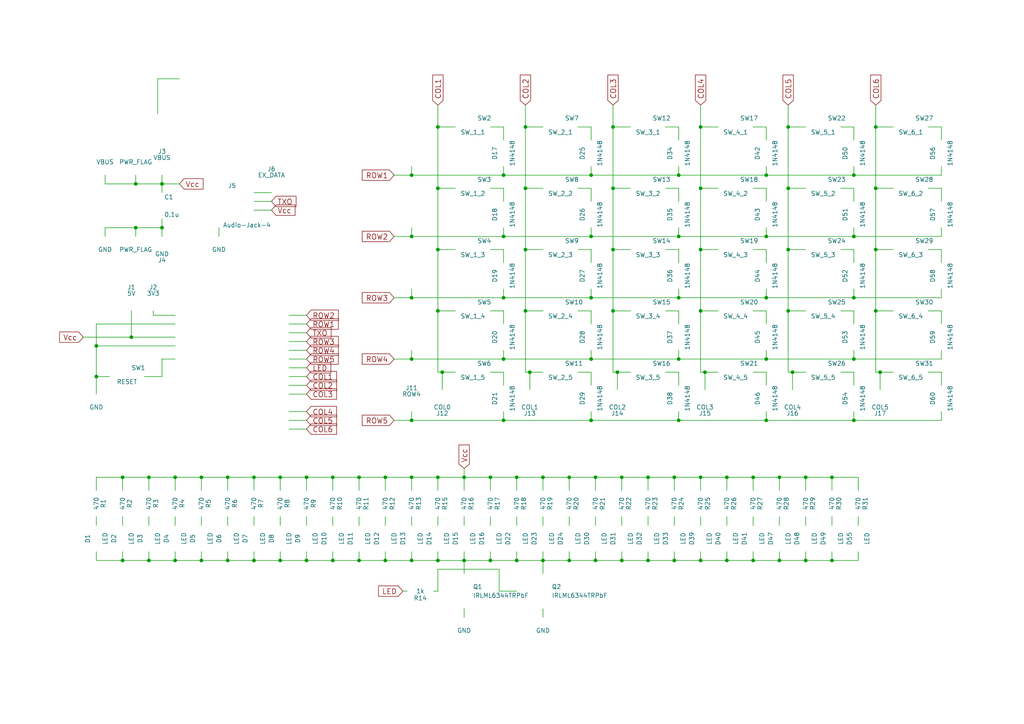
<source format=kicad_sch>
(kicad_sch (version 20230121) (generator eeschema)
  (paper "A4")
  (junction (at 149.86 138.43))
  (junction (at 177.8 90.17))
  (junction (at 119.38 121.92))
  (junction (at 134.62 162.56))
  (junction (at 247.65 121.92))
  (junction (at 196.85 68.58))
  (junction (at 228.6 36.83))
  (junction (at 203.2 138.43))
  (junction (at 222.25 104.14))
  (junction (at 43.18 162.56))
  (junction (at 228.6 72.39))
  (junction (at 210.82 162.56))
  (junction (at 203.2 54.61))
  (junction (at 88.9 162.56))
  (junction (at 153.67 107.95))
  (junction (at 119.38 68.58))
  (junction (at 254 72.39))
  (junction (at 247.65 86.36))
  (junction (at 195.58 162.56))
  (junction (at 222.25 86.36))
  (junction (at 35.56 162.56))
  (junction (at 27.94 109.22))
  (junction (at 187.96 162.56))
  (junction (at 165.1 138.43))
  (junction (at 218.44 162.56))
  (junction (at 142.24 138.43))
  (junction (at 177.8 72.39))
  (junction (at 38.1 97.79))
  (junction (at 172.72 138.43))
  (junction (at 247.65 104.14))
  (junction (at 222.25 50.8))
  (junction (at 127 72.39))
  (junction (at 254 36.83))
  (junction (at 157.48 162.56))
  (junction (at 203.2 90.17))
  (junction (at 27.94 100.33))
  (junction (at 157.48 138.43))
  (junction (at 58.42 162.56))
  (junction (at 187.96 138.43))
  (junction (at 43.18 138.43))
  (junction (at 229.87 107.95))
  (junction (at 254 90.17))
  (junction (at 241.3 138.43))
  (junction (at 152.4 54.61))
  (junction (at 177.8 54.61))
  (junction (at 247.65 50.8))
  (junction (at 222.25 121.92))
  (junction (at 119.38 104.14))
  (junction (at 134.62 138.43))
  (junction (at 247.65 68.58))
  (junction (at 96.52 138.43))
  (junction (at 127 90.17))
  (junction (at 104.14 162.56))
  (junction (at 203.2 36.83))
  (junction (at 254 54.61))
  (junction (at 172.72 162.56))
  (junction (at 171.45 104.14))
  (junction (at 142.24 162.56))
  (junction (at 119.38 86.36))
  (junction (at 111.76 138.43))
  (junction (at 66.04 162.56))
  (junction (at 171.45 86.36))
  (junction (at 149.86 162.56))
  (junction (at 196.85 104.14))
  (junction (at 119.38 138.43))
  (junction (at 81.28 138.43))
  (junction (at 50.8 138.43))
  (junction (at 66.04 138.43))
  (junction (at 203.2 72.39))
  (junction (at 179.07 107.95))
  (junction (at 58.42 138.43))
  (junction (at 146.05 121.92))
  (junction (at 39.37 66.04))
  (junction (at 152.4 90.17))
  (junction (at 104.14 138.43))
  (junction (at 180.34 162.56))
  (junction (at 128.27 107.95))
  (junction (at 73.66 138.43))
  (junction (at 165.1 162.56))
  (junction (at 196.85 121.92))
  (junction (at 241.3 162.56))
  (junction (at 255.27 107.95))
  (junction (at 196.85 86.36))
  (junction (at 152.4 36.83))
  (junction (at 96.52 162.56))
  (junction (at 210.82 138.43))
  (junction (at 233.68 162.56))
  (junction (at 196.85 50.8))
  (junction (at 146.05 68.58))
  (junction (at 146.05 50.8))
  (junction (at 218.44 138.43))
  (junction (at 195.58 138.43))
  (junction (at 81.28 162.56))
  (junction (at 111.76 162.56))
  (junction (at 127 162.56))
  (junction (at 204.47 107.95))
  (junction (at 203.2 162.56))
  (junction (at 119.38 50.8))
  (junction (at 127 54.61))
  (junction (at 177.8 36.83))
  (junction (at 171.45 68.58))
  (junction (at 228.6 90.17))
  (junction (at 127 36.83))
  (junction (at 127 138.43))
  (junction (at 88.9 138.43))
  (junction (at 233.68 138.43))
  (junction (at 73.66 162.56))
  (junction (at 119.38 162.56))
  (junction (at 171.45 121.92))
  (junction (at 226.06 138.43))
  (junction (at 228.6 54.61))
  (junction (at 226.06 162.56))
  (junction (at 50.8 162.56))
  (junction (at 39.37 53.34))
  (junction (at 35.56 138.43))
  (junction (at 146.05 86.36))
  (junction (at 152.4 72.39))
  (junction (at 180.34 138.43))
  (junction (at 46.99 53.34))
  (junction (at 171.45 50.8))
  (junction (at 222.25 68.58))
  (junction (at 146.05 104.14))
  (junction (at 46.99 66.04))
  (wire (pts (xy 73.66 162.56) (xy 73.66 160.02)))
  (wire (pts (xy 146.05 121.92) (xy 171.45 121.92)))
  (wire (pts (xy 114.3 86.36) (xy 119.38 86.36)))
  (wire (pts (xy 269.24 36.83) (xy 273.05 36.83)))
  (wire (pts (xy 50.8 162.56) (xy 50.8 160.02)))
  (wire (pts (xy 83.82 114.3) (xy 88.9 114.3)))
  (wire (pts (xy 134.62 135.89) (xy 134.62 138.43)))
  (wire (pts (xy 96.52 138.43) (xy 96.52 142.24)))
  (wire (pts (xy 218.44 138.43) (xy 218.44 142.24)))
  (wire (pts (xy 247.65 48.26) (xy 247.65 50.8)))
  (wire (pts (xy 167.64 107.95) (xy 171.45 107.95)))
  (wire (pts (xy 210.82 162.56) (xy 210.82 160.02)))
  (wire (pts (xy 96.52 138.43) (xy 104.14 138.43)))
  (wire (pts (xy 203.2 54.61) (xy 203.2 72.39)))
  (wire (pts (xy 196.85 107.95) (xy 196.85 111.76)))
  (wire (pts (xy 81.28 162.56) (xy 81.28 160.02)))
  (wire (pts (xy 152.4 107.95) (xy 153.67 107.95)))
  (wire (pts (xy 210.82 138.43) (xy 210.82 142.24)))
  (wire (pts (xy 146.05 36.83) (xy 146.05 40.64)))
  (wire (pts (xy 180.34 138.43) (xy 180.34 142.24)))
  (wire (pts (xy 222.25 72.39) (xy 222.25 76.2)))
  (wire (pts (xy 127 138.43) (xy 127 142.24)))
  (wire (pts (xy 142.24 138.43) (xy 142.24 142.24)))
  (wire (pts (xy 146.05 48.26) (xy 146.05 50.8)))
  (wire (pts (xy 44.45 91.44) (xy 50.8 91.44)))
  (wire (pts (xy 233.68 138.43) (xy 241.3 138.43)))
  (wire (pts (xy 187.96 138.43) (xy 195.58 138.43)))
  (wire (pts (xy 243.84 107.95) (xy 247.65 107.95)))
  (wire (pts (xy 39.37 50.8) (xy 39.37 53.34)))
  (wire (pts (xy 30.48 66.04) (xy 39.37 66.04)))
  (wire (pts (xy 254 54.61) (xy 254 72.39)))
  (wire (pts (xy 233.68 54.61) (xy 228.6 54.61)))
  (wire (pts (xy 273.05 50.8) (xy 273.05 48.26)))
  (wire (pts (xy 134.62 162.56) (xy 142.24 162.56)))
  (wire (pts (xy 222.25 119.38) (xy 222.25 121.92)))
  (wire (pts (xy 195.58 149.86) (xy 195.58 152.4)))
  (wire (pts (xy 254 30.48) (xy 254 36.83)))
  (wire (pts (xy 66.04 138.43) (xy 66.04 142.24)))
  (wire (pts (xy 114.3 121.92) (xy 119.38 121.92)))
  (wire (pts (xy 196.85 119.38) (xy 196.85 121.92)))
  (wire (pts (xy 241.3 138.43) (xy 248.92 138.43)))
  (wire (pts (xy 73.66 138.43) (xy 73.66 142.24)))
  (wire (pts (xy 167.64 36.83) (xy 171.45 36.83)))
  (wire (pts (xy 233.68 36.83) (xy 228.6 36.83)))
  (wire (pts (xy 83.82 91.44) (xy 88.9 91.44)))
  (wire (pts (xy 241.3 162.56) (xy 241.3 160.02)))
  (wire (pts (xy 222.25 86.36) (xy 247.65 86.36)))
  (wire (pts (xy 88.9 162.56) (xy 96.52 162.56)))
  (wire (pts (xy 233.68 162.56) (xy 241.3 162.56)))
  (wire (pts (xy 222.25 36.83) (xy 222.25 40.64)))
  (wire (pts (xy 182.88 90.17) (xy 177.8 90.17)))
  (wire (pts (xy 134.62 176.53) (xy 134.62 179.07)))
  (wire (pts (xy 127 165.1) (xy 144.78 165.1)))
  (wire (pts (xy 241.3 162.56) (xy 248.92 162.56)))
  (wire (pts (xy 96.52 162.56) (xy 104.14 162.56)))
  (wire (pts (xy 157.48 138.43) (xy 157.48 142.24)))
  (wire (pts (xy 134.62 138.43) (xy 134.62 142.24)))
  (wire (pts (xy 119.38 138.43) (xy 127 138.43)))
  (wire (pts (xy 210.82 149.86) (xy 210.82 152.4)))
  (wire (pts (xy 182.88 36.83) (xy 177.8 36.83)))
  (wire (pts (xy 248.92 162.56) (xy 248.92 160.02)))
  (wire (pts (xy 182.88 72.39) (xy 177.8 72.39)))
  (wire (pts (xy 146.05 119.38) (xy 146.05 121.92)))
  (wire (pts (xy 132.08 90.17) (xy 127 90.17)))
  (wire (pts (xy 273.05 54.61) (xy 273.05 58.42)))
  (wire (pts (xy 222.25 121.92) (xy 247.65 121.92)))
  (wire (pts (xy 233.68 162.56) (xy 233.68 160.02)))
  (wire (pts (xy 247.65 36.83) (xy 247.65 40.64)))
  (wire (pts (xy 218.44 90.17) (xy 222.25 90.17)))
  (wire (pts (xy 171.45 90.17) (xy 171.45 93.98)))
  (wire (pts (xy 73.66 55.88) (xy 78.74 55.88)))
  (wire (pts (xy 43.18 162.56) (xy 43.18 160.02)))
  (wire (pts (xy 203.2 90.17) (xy 203.2 107.95)))
  (wire (pts (xy 119.38 162.56) (xy 119.38 160.02)))
  (wire (pts (xy 134.62 160.02) (xy 134.62 162.56)))
  (wire (pts (xy 27.94 109.22) (xy 27.94 114.3)))
  (wire (pts (xy 196.85 101.6) (xy 196.85 104.14)))
  (wire (pts (xy 127 162.56) (xy 134.62 162.56)))
  (wire (pts (xy 114.3 104.14) (xy 119.38 104.14)))
  (wire (pts (xy 196.85 72.39) (xy 196.85 76.2)))
  (wire (pts (xy 171.45 48.26) (xy 171.45 50.8)))
  (wire (pts (xy 273.05 72.39) (xy 273.05 76.2)))
  (wire (pts (xy 73.66 162.56) (xy 81.28 162.56)))
  (wire (pts (xy 208.28 36.83) (xy 203.2 36.83)))
  (wire (pts (xy 273.05 104.14) (xy 273.05 101.6)))
  (wire (pts (xy 171.45 119.38) (xy 171.45 121.92)))
  (wire (pts (xy 172.72 149.86) (xy 172.72 152.4)))
  (wire (pts (xy 46.99 66.04) (xy 46.99 68.58)))
  (wire (pts (xy 247.65 104.14) (xy 273.05 104.14)))
  (wire (pts (xy 171.45 104.14) (xy 196.85 104.14)))
  (wire (pts (xy 228.6 30.48) (xy 228.6 36.83)))
  (wire (pts (xy 119.38 101.6) (xy 119.38 104.14)))
  (wire (pts (xy 222.25 50.8) (xy 247.65 50.8)))
  (wire (pts (xy 254 107.95) (xy 255.27 107.95)))
  (wire (pts (xy 114.3 68.58) (xy 119.38 68.58)))
  (wire (pts (xy 119.38 119.38) (xy 119.38 121.92)))
  (wire (pts (xy 119.38 48.26) (xy 119.38 50.8)))
  (wire (pts (xy 127 36.83) (xy 127 54.61)))
  (wire (pts (xy 149.86 138.43) (xy 157.48 138.43)))
  (wire (pts (xy 222.25 66.04) (xy 222.25 68.58)))
  (wire (pts (xy 195.58 162.56) (xy 195.58 160.02)))
  (wire (pts (xy 111.76 162.56) (xy 111.76 160.02)))
  (wire (pts (xy 58.42 149.86) (xy 58.42 152.4)))
  (wire (pts (xy 27.94 138.43) (xy 35.56 138.43)))
  (wire (pts (xy 43.18 138.43) (xy 50.8 138.43)))
  (wire (pts (xy 208.28 54.61) (xy 203.2 54.61)))
  (wire (pts (xy 248.92 138.43) (xy 248.92 142.24)))
  (wire (pts (xy 128.27 113.03) (xy 128.27 107.95)))
  (wire (pts (xy 119.38 149.86) (xy 119.38 152.4)))
  (wire (pts (xy 35.56 138.43) (xy 35.56 142.24)))
  (wire (pts (xy 171.45 72.39) (xy 171.45 76.2)))
  (wire (pts (xy 45.72 22.86) (xy 45.72 33.02)))
  (wire (pts (xy 44.45 90.17) (xy 44.45 91.44)))
  (wire (pts (xy 171.45 54.61) (xy 171.45 58.42)))
  (wire (pts (xy 167.64 90.17) (xy 171.45 90.17)))
  (wire (pts (xy 222.25 90.17) (xy 222.25 93.98)))
  (wire (pts (xy 83.82 121.92) (xy 88.9 121.92)))
  (wire (pts (xy 30.48 50.8) (xy 30.48 53.34)))
  (wire (pts (xy 46.99 63.5) (xy 46.99 66.04)))
  (wire (pts (xy 83.82 104.14) (xy 88.9 104.14)))
  (wire (pts (xy 46.99 53.34) (xy 52.07 53.34)))
  (wire (pts (xy 111.76 138.43) (xy 119.38 138.43)))
  (wire (pts (xy 157.48 149.86) (xy 157.48 152.4)))
  (wire (pts (xy 196.85 48.26) (xy 196.85 50.8)))
  (wire (pts (xy 196.85 121.92) (xy 222.25 121.92)))
  (wire (pts (xy 142.24 107.95) (xy 146.05 107.95)))
  (wire (pts (xy 38.1 90.17) (xy 38.1 97.79)))
  (wire (pts (xy 243.84 90.17) (xy 247.65 90.17)))
  (wire (pts (xy 269.24 90.17) (xy 273.05 90.17)))
  (wire (pts (xy 146.05 107.95) (xy 146.05 111.76)))
  (wire (pts (xy 218.44 107.95) (xy 222.25 107.95)))
  (wire (pts (xy 243.84 36.83) (xy 247.65 36.83)))
  (wire (pts (xy 195.58 138.43) (xy 203.2 138.43)))
  (wire (pts (xy 127 138.43) (xy 134.62 138.43)))
  (wire (pts (xy 39.37 53.34) (xy 46.99 53.34)))
  (wire (pts (xy 269.24 54.61) (xy 273.05 54.61)))
  (wire (pts (xy 63.5 66.04) (xy 63.5 68.58)))
  (wire (pts (xy 81.28 138.43) (xy 88.9 138.43)))
  (wire (pts (xy 43.18 162.56) (xy 50.8 162.56)))
  (wire (pts (xy 132.08 54.61) (xy 127 54.61)))
  (wire (pts (xy 142.24 162.56) (xy 142.24 160.02)))
  (wire (pts (xy 157.48 162.56) (xy 165.1 162.56)))
  (wire (pts (xy 119.38 68.58) (xy 146.05 68.58)))
  (wire (pts (xy 132.08 36.83) (xy 127 36.83)))
  (wire (pts (xy 273.05 68.58) (xy 273.05 66.04)))
  (wire (pts (xy 222.25 104.14) (xy 247.65 104.14)))
  (wire (pts (xy 182.88 54.61) (xy 177.8 54.61)))
  (wire (pts (xy 134.62 138.43) (xy 142.24 138.43)))
  (wire (pts (xy 27.94 160.02) (xy 27.94 162.56)))
  (wire (pts (xy 43.18 149.86) (xy 43.18 152.4)))
  (wire (pts (xy 127 90.17) (xy 127 107.95)))
  (wire (pts (xy 50.8 100.33) (xy 27.94 100.33)))
  (wire (pts (xy 187.96 149.86) (xy 187.96 152.4)))
  (wire (pts (xy 167.64 54.61) (xy 171.45 54.61)))
  (wire (pts (xy 96.52 162.56) (xy 96.52 160.02)))
  (wire (pts (xy 127 107.95) (xy 128.27 107.95)))
  (wire (pts (xy 38.1 97.79) (xy 50.8 97.79)))
  (wire (pts (xy 83.82 111.76) (xy 88.9 111.76)))
  (wire (pts (xy 83.82 124.46) (xy 88.9 124.46)))
  (wire (pts (xy 247.65 86.36) (xy 273.05 86.36)))
  (wire (pts (xy 172.72 162.56) (xy 180.34 162.56)))
  (wire (pts (xy 146.05 68.58) (xy 171.45 68.58)))
  (wire (pts (xy 203.2 149.86) (xy 203.2 152.4)))
  (wire (pts (xy 27.94 162.56) (xy 35.56 162.56)))
  (wire (pts (xy 273.05 36.83) (xy 273.05 40.64)))
  (wire (pts (xy 171.45 107.95) (xy 171.45 111.76)))
  (wire (pts (xy 119.38 83.82) (xy 119.38 86.36)))
  (wire (pts (xy 152.4 36.83) (xy 152.4 54.61)))
  (wire (pts (xy 167.64 72.39) (xy 171.45 72.39)))
  (wire (pts (xy 226.06 162.56) (xy 233.68 162.56)))
  (wire (pts (xy 218.44 162.56) (xy 226.06 162.56)))
  (wire (pts (xy 73.66 149.86) (xy 73.66 152.4)))
  (wire (pts (xy 58.42 138.43) (xy 66.04 138.43)))
  (wire (pts (xy 177.8 90.17) (xy 177.8 107.95)))
  (wire (pts (xy 27.94 149.86) (xy 27.94 152.4)))
  (wire (pts (xy 241.3 149.86) (xy 241.3 152.4)))
  (wire (pts (xy 203.2 162.56) (xy 203.2 160.02)))
  (wire (pts (xy 177.8 54.61) (xy 177.8 72.39)))
  (wire (pts (xy 203.2 36.83) (xy 203.2 54.61)))
  (wire (pts (xy 210.82 162.56) (xy 218.44 162.56)))
  (wire (pts (xy 233.68 90.17) (xy 228.6 90.17)))
  (wire (pts (xy 114.3 50.8) (xy 119.38 50.8)))
  (wire (pts (xy 233.68 138.43) (xy 233.68 142.24)))
  (wire (pts (xy 203.2 138.43) (xy 203.2 142.24)))
  (wire (pts (xy 50.8 138.43) (xy 50.8 142.24)))
  (wire (pts (xy 132.08 72.39) (xy 127 72.39)))
  (wire (pts (xy 83.82 109.22) (xy 88.9 109.22)))
  (wire (pts (xy 203.2 107.95) (xy 204.47 107.95)))
  (wire (pts (xy 142.24 138.43) (xy 149.86 138.43)))
  (wire (pts (xy 66.04 162.56) (xy 66.04 160.02)))
  (wire (pts (xy 196.85 90.17) (xy 196.85 93.98)))
  (wire (pts (xy 171.45 66.04) (xy 171.45 68.58)))
  (wire (pts (xy 193.04 36.83) (xy 196.85 36.83)))
  (wire (pts (xy 83.82 99.06) (xy 88.9 99.06)))
  (wire (pts (xy 144.78 171.45) (xy 149.86 171.45)))
  (wire (pts (xy 180.34 162.56) (xy 187.96 162.56)))
  (wire (pts (xy 27.94 93.98) (xy 50.8 93.98)))
  (wire (pts (xy 254 90.17) (xy 254 107.95)))
  (wire (pts (xy 243.84 72.39) (xy 247.65 72.39)))
  (wire (pts (xy 247.65 90.17) (xy 247.65 93.98)))
  (wire (pts (xy 226.06 162.56) (xy 226.06 160.02)))
  (wire (pts (xy 222.25 107.95) (xy 222.25 111.76)))
  (wire (pts (xy 152.4 90.17) (xy 152.4 107.95)))
  (wire (pts (xy 127 72.39) (xy 127 90.17)))
  (wire (pts (xy 88.9 138.43) (xy 96.52 138.43)))
  (wire (pts (xy 58.42 162.56) (xy 58.42 160.02)))
  (wire (pts (xy 149.86 162.56) (xy 149.86 160.02)))
  (wire (pts (xy 233.68 149.86) (xy 233.68 152.4)))
  (wire (pts (xy 204.47 107.95) (xy 208.28 107.95)))
  (wire (pts (xy 226.06 138.43) (xy 226.06 142.24)))
  (wire (pts (xy 177.8 30.48) (xy 177.8 36.83)))
  (wire (pts (xy 39.37 68.58) (xy 39.37 66.04)))
  (wire (pts (xy 152.4 72.39) (xy 152.4 90.17)))
  (wire (pts (xy 229.87 107.95) (xy 233.68 107.95)))
  (wire (pts (xy 83.82 96.52) (xy 88.9 96.52)))
  (wire (pts (xy 171.45 68.58) (xy 196.85 68.58)))
  (wire (pts (xy 128.27 107.95) (xy 132.08 107.95)))
  (wire (pts (xy 255.27 107.95) (xy 255.27 113.03)))
  (wire (pts (xy 146.05 83.82) (xy 146.05 86.36)))
  (wire (pts (xy 66.04 149.86) (xy 66.04 152.4)))
  (wire (pts (xy 50.8 162.56) (xy 58.42 162.56)))
  (wire (pts (xy 157.48 138.43) (xy 165.1 138.43)))
  (wire (pts (xy 171.45 101.6) (xy 171.45 104.14)))
  (wire (pts (xy 247.65 119.38) (xy 247.65 121.92)))
  (wire (pts (xy 193.04 90.17) (xy 196.85 90.17)))
  (wire (pts (xy 27.94 100.33) (xy 27.94 109.22)))
  (wire (pts (xy 247.65 83.82) (xy 247.65 86.36)))
  (wire (pts (xy 142.24 54.61) (xy 146.05 54.61)))
  (wire (pts (xy 165.1 149.86) (xy 165.1 152.4)))
  (wire (pts (xy 193.04 72.39) (xy 196.85 72.39)))
  (wire (pts (xy 81.28 149.86) (xy 81.28 152.4)))
  (wire (pts (xy 241.3 138.43) (xy 241.3 142.24)))
  (wire (pts (xy 218.44 162.56) (xy 218.44 160.02)))
  (wire (pts (xy 273.05 86.36) (xy 273.05 83.82)))
  (wire (pts (xy 222.25 48.26) (xy 222.25 50.8)))
  (wire (pts (xy 222.25 83.82) (xy 222.25 86.36)))
  (wire (pts (xy 179.07 107.95) (xy 179.07 113.03)))
  (wire (pts (xy 119.38 138.43) (xy 119.38 142.24)))
  (wire (pts (xy 142.24 36.83) (xy 146.05 36.83)))
  (wire (pts (xy 35.56 162.56) (xy 43.18 162.56)))
  (wire (pts (xy 229.87 107.95) (xy 229.87 113.03)))
  (wire (pts (xy 254 36.83) (xy 254 54.61)))
  (wire (pts (xy 39.37 66.04) (xy 46.99 66.04)))
  (wire (pts (xy 46.99 104.14) (xy 50.8 104.14)))
  (wire (pts (xy 127 30.48) (xy 127 36.83)))
  (wire (pts (xy 196.85 36.83) (xy 196.85 40.64)))
  (wire (pts (xy 127 162.56) (xy 127 160.02)))
  (wire (pts (xy 119.38 66.04) (xy 119.38 68.58)))
  (wire (pts (xy 259.08 54.61) (xy 254 54.61)))
  (wire (pts (xy 193.04 107.95) (xy 196.85 107.95)))
  (wire (pts (xy 27.94 93.98) (xy 27.94 100.33)))
  (wire (pts (xy 187.96 162.56) (xy 195.58 162.56)))
  (wire (pts (xy 222.25 101.6) (xy 222.25 104.14)))
  (wire (pts (xy 177.8 107.95) (xy 179.07 107.95)))
  (wire (pts (xy 50.8 149.86) (xy 50.8 152.4)))
  (wire (pts (xy 50.8 138.43) (xy 58.42 138.43)))
  (wire (pts (xy 43.18 138.43) (xy 43.18 142.24)))
  (wire (pts (xy 104.14 149.86) (xy 104.14 152.4)))
  (wire (pts (xy 228.6 54.61) (xy 228.6 72.39)))
  (wire (pts (xy 222.25 54.61) (xy 222.25 58.42)))
  (wire (pts (xy 35.56 162.56) (xy 35.56 160.02)))
  (wire (pts (xy 149.86 138.43) (xy 149.86 142.24)))
  (wire (pts (xy 142.24 162.56) (xy 149.86 162.56)))
  (wire (pts (xy 226.06 138.43) (xy 233.68 138.43)))
  (wire (pts (xy 142.24 90.17) (xy 146.05 90.17)))
  (wire (pts (xy 269.24 107.95) (xy 273.05 107.95)))
  (wire (pts (xy 171.45 83.82) (xy 171.45 86.36)))
  (wire (pts (xy 228.6 107.95) (xy 229.87 107.95)))
  (wire (pts (xy 210.82 138.43) (xy 218.44 138.43)))
  (wire (pts (xy 157.48 36.83) (xy 152.4 36.83)))
  (wire (pts (xy 177.8 36.83) (xy 177.8 54.61)))
  (wire (pts (xy 127 171.45) (xy 127 165.1)))
  (wire (pts (xy 41.91 109.22) (xy 46.99 109.22)))
  (wire (pts (xy 165.1 162.56) (xy 165.1 160.02)))
  (wire (pts (xy 24.13 97.79) (xy 38.1 97.79)))
  (wire (pts (xy 247.65 101.6) (xy 247.65 104.14)))
  (wire (pts (xy 203.2 30.48) (xy 203.2 36.83)))
  (wire (pts (xy 193.04 54.61) (xy 196.85 54.61)))
  (wire (pts (xy 196.85 54.61) (xy 196.85 58.42)))
  (wire (pts (xy 30.48 53.34) (xy 39.37 53.34)))
  (wire (pts (xy 196.85 86.36) (xy 222.25 86.36)))
  (wire (pts (xy 172.72 138.43) (xy 172.72 142.24)))
  (wire (pts (xy 165.1 138.43) (xy 172.72 138.43)))
  (wire (pts (xy 218.44 72.39) (xy 222.25 72.39)))
  (wire (pts (xy 83.82 106.68) (xy 88.9 106.68)))
  (wire (pts (xy 172.72 162.56) (xy 172.72 160.02)))
  (wire (pts (xy 273.05 107.95) (xy 273.05 111.76)))
  (wire (pts (xy 27.94 142.24) (xy 27.94 138.43)))
  (wire (pts (xy 146.05 66.04) (xy 146.05 68.58)))
  (wire (pts (xy 119.38 104.14) (xy 146.05 104.14)))
  (wire (pts (xy 180.34 162.56) (xy 180.34 160.02)))
  (wire (pts (xy 149.86 149.86) (xy 149.86 152.4)))
  (wire (pts (xy 104.14 162.56) (xy 111.76 162.56)))
  (wire (pts (xy 255.27 107.95) (xy 259.08 107.95)))
  (wire (pts (xy 180.34 138.43) (xy 187.96 138.43)))
  (wire (pts (xy 104.14 138.43) (xy 104.14 142.24)))
  (wire (pts (xy 247.65 54.61) (xy 247.65 58.42)))
  (wire (pts (xy 119.38 121.92) (xy 146.05 121.92)))
  (wire (pts (xy 254 72.39) (xy 254 90.17)))
  (wire (pts (xy 157.48 72.39) (xy 152.4 72.39)))
  (wire (pts (xy 196.85 66.04) (xy 196.85 68.58)))
  (wire (pts (xy 218.44 36.83) (xy 222.25 36.83)))
  (wire (pts (xy 259.08 36.83) (xy 254 36.83)))
  (wire (pts (xy 157.48 90.17) (xy 152.4 90.17)))
  (wire (pts (xy 149.86 162.56) (xy 157.48 162.56)))
  (wire (pts (xy 152.4 30.48) (xy 152.4 36.83)))
  (wire (pts (xy 157.48 176.53) (xy 157.48 179.07)))
  (wire (pts (xy 247.65 66.04) (xy 247.65 68.58)))
  (wire (pts (xy 46.99 53.34) (xy 46.99 55.88)))
  (wire (pts (xy 196.85 104.14) (xy 222.25 104.14)))
  (wire (pts (xy 119.38 50.8) (xy 146.05 50.8)))
  (wire (pts (xy 127 54.61) (xy 127 72.39)))
  (wire (pts (xy 222.25 68.58) (xy 247.65 68.58)))
  (wire (pts (xy 134.62 162.56) (xy 134.62 166.37)))
  (wire (pts (xy 119.38 86.36) (xy 146.05 86.36)))
  (wire (pts (xy 153.67 113.03) (xy 153.67 107.95)))
  (wire (pts (xy 208.28 72.39) (xy 203.2 72.39)))
  (wire (pts (xy 146.05 86.36) (xy 171.45 86.36)))
  (wire (pts (xy 73.66 138.43) (xy 81.28 138.43)))
  (wire (pts (xy 66.04 138.43) (xy 73.66 138.43)))
  (wire (pts (xy 187.96 138.43) (xy 187.96 142.24)))
  (wire (pts (xy 58.42 162.56) (xy 66.04 162.56)))
  (wire (pts (xy 177.8 72.39) (xy 177.8 90.17)))
  (wire (pts (xy 171.45 50.8) (xy 196.85 50.8)))
  (wire (pts (xy 273.05 121.92) (xy 273.05 119.38)))
  (wire (pts (xy 247.65 50.8) (xy 273.05 50.8)))
  (wire (pts (xy 58.42 138.43) (xy 58.42 142.24)))
  (wire (pts (xy 152.4 54.61) (xy 152.4 72.39)))
  (wire (pts (xy 35.56 149.86) (xy 35.56 152.4)))
  (wire (pts (xy 203.2 162.56) (xy 210.82 162.56)))
  (wire (pts (xy 157.48 160.02) (xy 157.48 162.56)))
  (wire (pts (xy 157.48 162.56) (xy 157.48 166.37)))
  (wire (pts (xy 146.05 90.17) (xy 146.05 93.98)))
  (wire (pts (xy 146.05 72.39) (xy 146.05 76.2)))
  (wire (pts (xy 208.28 90.17) (xy 203.2 90.17)))
  (wire (pts (xy 228.6 72.39) (xy 228.6 90.17)))
  (wire (pts (xy 144.78 165.1) (xy 144.78 171.45)))
  (wire (pts (xy 88.9 162.56) (xy 88.9 160.02)))
  (wire (pts (xy 165.1 138.43) (xy 165.1 142.24)))
  (wire (pts (xy 142.24 72.39) (xy 146.05 72.39)))
  (wire (pts (xy 218.44 54.61) (xy 222.25 54.61)))
  (wire (pts (xy 153.67 107.95) (xy 157.48 107.95)))
  (wire (pts (xy 247.65 68.58) (xy 273.05 68.58)))
  (wire (pts (xy 180.34 149.86) (xy 180.34 152.4)))
  (wire (pts (xy 273.05 90.17) (xy 273.05 93.98)))
  (wire (pts (xy 45.72 22.86) (xy 52.07 22.86)))
  (wire (pts (xy 247.65 72.39) (xy 247.65 76.2)))
  (wire (pts (xy 111.76 138.43) (xy 111.76 142.24)))
  (wire (pts (xy 146.05 101.6) (xy 146.05 104.14)))
  (wire (pts (xy 30.48 68.58) (xy 30.48 66.04)))
  (wire (pts (xy 179.07 107.95) (xy 182.88 107.95)))
  (wire (pts (xy 73.66 60.96) (xy 78.74 60.96)))
  (wire (pts (xy 171.45 121.92) (xy 196.85 121.92)))
  (wire (pts (xy 27.94 109.22) (xy 31.75 109.22)))
  (wire (pts (xy 196.85 83.82) (xy 196.85 86.36)))
  (wire (pts (xy 228.6 36.83) (xy 228.6 54.61)))
  (wire (pts (xy 83.82 93.98) (xy 88.9 93.98)))
  (wire (pts (xy 111.76 162.56) (xy 119.38 162.56)))
  (wire (pts (xy 73.66 58.42) (xy 78.74 58.42)))
  (wire (pts (xy 146.05 50.8) (xy 171.45 50.8)))
  (wire (pts (xy 269.24 72.39) (xy 273.05 72.39)))
  (wire (pts (xy 165.1 162.56) (xy 172.72 162.56)))
  (wire (pts (xy 83.82 119.38) (xy 88.9 119.38)))
  (wire (pts (xy 228.6 90.17) (xy 228.6 107.95)))
  (wire (pts (xy 195.58 162.56) (xy 203.2 162.56)))
  (wire (pts (xy 226.06 149.86) (xy 226.06 152.4)))
  (wire (pts (xy 196.85 68.58) (xy 222.25 68.58)))
  (wire (pts (xy 81.28 162.56) (xy 88.9 162.56)))
  (wire (pts (xy 83.82 101.6) (xy 88.9 101.6)))
  (wire (pts (xy 96.52 149.86) (xy 96.52 152.4)))
  (wire (pts (xy 81.28 138.43) (xy 81.28 142.24)))
  (wire (pts (xy 88.9 138.43) (xy 88.9 142.24)))
  (wire (pts (xy 146.05 54.61) (xy 146.05 58.42)))
  (wire (pts (xy 259.08 72.39) (xy 254 72.39)))
  (wire (pts (xy 171.45 86.36) (xy 196.85 86.36)))
  (wire (pts (xy 187.96 162.56) (xy 187.96 160.02)))
  (wire (pts (xy 196.85 50.8) (xy 222.25 50.8)))
  (wire (pts (xy 218.44 138.43) (xy 226.06 138.43)))
  (wire (pts (xy 259.08 90.17) (xy 254 90.17)))
  (wire (pts (xy 46.99 50.8) (xy 46.99 53.34)))
  (wire (pts (xy 157.48 54.61) (xy 152.4 54.61)))
  (wire (pts (xy 88.9 149.86) (xy 88.9 152.4)))
  (wire (pts (xy 247.65 121.92) (xy 273.05 121.92)))
  (wire (pts (xy 104.14 138.43) (xy 111.76 138.43)))
  (wire (pts (xy 233.68 72.39) (xy 228.6 72.39)))
  (wire (pts (xy 119.38 162.56) (xy 127 162.56)))
  (wire (pts (xy 247.65 107.95) (xy 247.65 111.76)))
  (wire (pts (xy 66.04 162.56) (xy 73.66 162.56)))
  (wire (pts (xy 203.2 72.39) (xy 203.2 90.17)))
  (wire (pts (xy 111.76 149.86) (xy 111.76 152.4)))
  (wire (pts (xy 104.14 162.56) (xy 104.14 160.02)))
  (wire (pts (xy 46.99 109.22) (xy 46.99 104.14)))
  (wire (pts (xy 248.92 149.86) (xy 248.92 152.4)))
  (wire (pts (xy 195.58 138.43) (xy 195.58 142.24)))
  (wire (pts (xy 127 149.86) (xy 127 152.4)))
  (wire (pts (xy 146.05 104.14) (xy 171.45 104.14)))
  (wire (pts (xy 142.24 149.86) (xy 142.24 152.4)))
  (wire (pts (xy 125.73 171.45) (xy 127 171.45)))
  (wire (pts (xy 203.2 138.43) (xy 210.82 138.43)))
  (wire (pts (xy 134.62 149.86) (xy 134.62 152.4)))
  (wire (pts (xy 243.84 54.61) (xy 247.65 54.61)))
  (wire (pts (xy 204.47 107.95) (xy 204.47 113.03)))
  (wire (pts (xy 171.45 36.83) (xy 171.45 40.64)))
  (wire (pts (xy 116.84 171.45) (xy 118.11 171.45)))
  (wire (pts (xy 35.56 138.43) (xy 43.18 138.43)))
  (wire (pts (xy 172.72 138.43) (xy 180.34 138.43)))
  (wire (pts (xy 218.44 149.86) (xy 218.44 152.4)))
  (global_label "COL2" (shape input) (at 88.9 111.76 0) (effects (font (size 1.524 1.524))) (property "Intersheetrefs" "${INTERSHEET_REFS}" (effects hide)))
  (global_label "COL5" (shape input) (at 88.9 121.92 0) (effects (font (size 1.524 1.524))) (property "Intersheetrefs" "${INTERSHEET_REFS}" (effects hide)))
  (global_label "ROW4" (shape input) (at 88.9 101.6 0) (effects (font (size 1.524 1.524))) (property "Intersheetrefs" "${INTERSHEET_REFS}" (effects hide)))
  (global_label "ROW1" (shape input) (at 88.9 93.98 0) (effects (font (size 1.524 1.524))) (property "Intersheetrefs" "${INTERSHEET_REFS}" (effects hide)))
  (global_label "COL5" (shape input) (at 228.6 30.48 90) (effects (font (size 1.524 1.524))) (property "Intersheetrefs" "${INTERSHEET_REFS}" (effects hide)))
  (global_label "ROW3" (shape input) (at 88.9 99.06 0) (effects (font (size 1.524 1.524))) (property "Intersheetrefs" "${INTERSHEET_REFS}" (effects hide)))
  (global_label "Vcc" (shape input) (at 134.62 135.89 90) (effects (font (size 1.524 1.524))) (property "Intersheetrefs" "${INTERSHEET_REFS}" (effects hide)))
  (global_label "ROW5" (shape input) (at 114.3 121.92 180) (effects (font (size 1.524 1.524))) (property "Intersheetrefs" "${INTERSHEET_REFS}" (effects hide)))
  (global_label "COL1" (shape input) (at 127 30.48 90) (effects (font (size 1.524 1.524))) (property "Intersheetrefs" "${INTERSHEET_REFS}" (effects hide)))
  (global_label "COL6" (shape input) (at 88.9 124.46 0) (effects (font (size 1.524 1.524))) (property "Intersheetrefs" "${INTERSHEET_REFS}" (effects hide)))
  (global_label "COL6" (shape input) (at 254 30.48 90) (effects (font (size 1.524 1.524))) (property "Intersheetrefs" "${INTERSHEET_REFS}" (effects hide)))
  (global_label "ROW2" (shape input) (at 88.9 91.44 0) (effects (font (size 1.524 1.524))) (property "Intersheetrefs" "${INTERSHEET_REFS}" (effects hide)))
  (global_label "COL2" (shape input) (at 152.4 30.48 90) (effects (font (size 1.524 1.524))) (property "Intersheetrefs" "${INTERSHEET_REFS}" (effects hide)))
  (global_label "TXO" (shape input) (at 88.9 96.52 0) (effects (font (size 1.524 1.524))) (property "Intersheetrefs" "${INTERSHEET_REFS}" (effects hide)))
  (global_label "Vcc" (shape input) (at 24.13 97.79 180) (effects (font (size 1.524 1.524))) (property "Intersheetrefs" "${INTERSHEET_REFS}" (effects hide)))
  (global_label "COL1" (shape input) (at 88.9 109.22 0) (effects (font (size 1.524 1.524))) (property "Intersheetrefs" "${INTERSHEET_REFS}" (effects hide)))
  (global_label "LED" (shape input) (at 116.84 171.45 180) (effects (font (size 1.524 1.524))) (property "Intersheetrefs" "${INTERSHEET_REFS}" (effects hide)))
  (global_label "COL3" (shape input) (at 177.8 30.48 90) (effects (font (size 1.524 1.524))) (property "Intersheetrefs" "${INTERSHEET_REFS}" (effects hide)))
  (global_label "Vcc" (shape input) (at 52.07 53.34 0) (effects (font (size 1.524 1.524))) (property "Intersheetrefs" "${INTERSHEET_REFS}" (effects hide)))
  (global_label "TXO" (shape input) (at 78.74 58.42 0) (effects (font (size 1.524 1.524))) (property "Intersheetrefs" "${INTERSHEET_REFS}" (effects hide)))
  (global_label "COL4" (shape input) (at 203.2 30.48 90) (effects (font (size 1.524 1.524))) (property "Intersheetrefs" "${INTERSHEET_REFS}" (effects hide)))
  (global_label "ROW4" (shape input) (at 114.3 104.14 180) (effects (font (size 1.524 1.524))) (property "Intersheetrefs" "${INTERSHEET_REFS}" (effects hide)))
  (global_label "ROW5" (shape input) (at 88.9 104.14 0) (effects (font (size 1.524 1.524))) (property "Intersheetrefs" "${INTERSHEET_REFS}" (effects hide)))
  (global_label "ROW3" (shape input) (at 114.3 86.36 180) (effects (font (size 1.524 1.524))) (property "Intersheetrefs" "${INTERSHEET_REFS}" (effects hide)))
  (global_label "COL3" (shape input) (at 88.9 114.3 0) (effects (font (size 1.524 1.524))) (property "Intersheetrefs" "${INTERSHEET_REFS}" (effects hide)))
  (global_label "ROW2" (shape input) (at 114.3 68.58 180) (effects (font (size 1.524 1.524))) (property "Intersheetrefs" "${INTERSHEET_REFS}" (effects hide)))
  (global_label "COL4" (shape input) (at 88.9 119.38 0) (effects (font (size 1.524 1.524))) (property "Intersheetrefs" "${INTERSHEET_REFS}" (effects hide)))
  (global_label "LED" (shape input) (at 88.9 106.68 0) (effects (font (size 1.524 1.524))) (property "Intersheetrefs" "${INTERSHEET_REFS}" (effects hide)))
  (global_label "Vcc" (shape input) (at 78.74 60.96 0) (effects (font (size 1.524 1.524))) (property "Intersheetrefs" "${INTERSHEET_REFS}" (effects hide)))
  (global_label "ROW1" (shape input) (at 114.3 50.8 180) (effects (font (size 1.524 1.524))) (property "Intersheetrefs" "${INTERSHEET_REFS}" (effects hide)))
  (symbol (lib_id "AE-USB2.0-TYPE-C-B") (at 69.85 34.29 0) (unit 1)
    (property "Reference" "CN1" (at 59.69 19.05 0) (effects (font (size 1.524 1.524))))
    (property "Value" "AE-USB2.0-TYPE-C-B" (at 71.12 35.56 0) (effects (font (size 1.524 1.524))))
    (property "Footprint" "myfoorprint:AE-USB2.0-TYPE-C-B" (effects hide))
  )
  (symbol (lib_id "beetle") (at 67.31 106.68 0) (unit 1)
    (property "Reference" "U1" (at 57.15 87.63 0) (effects (font (size 1.524 1.524))))
    (property "Value" "beetle" (at 67.31 127 0) (effects (font (size 1.524 1.524))))
    (property "Footprint" "myfoorprint:beetle" (effects hide))
  )
  (symbol (lib_id "GND") (at 45.72 33.02 0) (unit 1)
    (property "Reference" "#PWR01" (effects hide))
    (property "Value" "GND" (at 45.72 36.83 0))
  )
  (symbol (lib_id "SW_Push") (at 36.83 109.22 0) (unit 1)
    (property "Reference" "SW1" (at 38.1 106.68 0) (effects (justify left)))
    (property "Value" "RESET" (at 36.83 110.744 0))
    (property "Footprint" "Buttons_Switches_THT:SW_PUSH_6mm" (effects hide))
  )
  (symbol (lib_id "GND") (at 27.94 114.3 0) (unit 1)
    (property "Reference" "#PWR02" (effects hide))
    (property "Value" "GND" (at 27.94 118.11 0))
  )
  (symbol (lib_id "VBUS") (at 30.48 50.8 0) (unit 1)
    (property "Reference" "#PWR03" (effects hide))
    (property "Value" "VBUS" (at 30.48 46.99 0))
  )
  (symbol (lib_id "TEST_1P") (at 46.99 50.8 0) (unit 1)
    (property "Reference" "J3" (at 46.99 43.942 0))
    (property "Value" "VBUS" (at 46.99 45.72 0))
    (property "Footprint" "Measurement_Points:Measurement_Point_Round-TH_Small" (effects hide))
  )
  (symbol (lib_id "GND") (at 30.48 68.58 0) (unit 1)
    (property "Reference" "#PWR04" (effects hide))
    (property "Value" "GND" (at 30.48 72.39 0))
  )
  (symbol (lib_id "TEST_1P") (at 46.99 68.58 180) (unit 1)
    (property "Reference" "J4" (at 46.99 75.438 0))
    (property "Value" "GND" (at 46.99 73.66 0))
    (property "Footprint" "Measurement_Points:Measurement_Point_Round-TH_Small" (effects hide))
  )
  (symbol (lib_id "C") (at 46.99 59.69 0) (unit 1)
    (property "Reference" "C1" (at 47.625 57.15 0) (effects (justify left)))
    (property "Value" "0.1u" (at 47.625 62.23 0) (effects (justify left)))
    (property "Footprint" "Capacitors_SMD:C_0603_HandSoldering" (effects hide))
  )
  (symbol (lib_id "TEST_1P") (at 38.1 90.17 0) (unit 1)
    (property "Reference" "J1" (at 38.1 83.312 0))
    (property "Value" "5V" (at 38.1 85.09 0))
    (property "Footprint" "Measurement_Points:Measurement_Point_Round-TH_Small" (effects hide))
  )
  (symbol (lib_id "TEST_1P") (at 44.45 90.17 0) (unit 1)
    (property "Reference" "J2" (at 44.45 83.312 0))
    (property "Value" "3V3" (at 44.45 85.09 0))
    (property "Footprint" "Measurement_Points:Measurement_Point_Round-TH_Small" (effects hide))
  )
  (symbol (lib_id "SW_Push") (at 137.16 36.83 0) (unit 1)
    (property "Reference" "SW2" (at 138.43 34.29 0) (effects (justify left)))
    (property "Value" "SW_1_1" (at 137.16 38.354 0))
    (property "Footprint" "myfoorprint:key_switch_mx" (effects hide))
  )
  (symbol (lib_id "D") (at 146.05 44.45 90) (unit 1)
    (property "Reference" "D17" (at 143.51 44.45 0))
    (property "Value" "1N4148" (at 148.59 44.45 0))
    (property "Footprint" "myfoorprint:Diode_SMD_THT_N" (effects hide))
  )
  (symbol (lib_id "SW_Push") (at 162.56 36.83 0) (unit 1)
    (property "Reference" "SW7" (at 163.83 34.29 0) (effects (justify left)))
    (property "Value" "SW_2_1" (at 162.56 38.354 0))
    (property "Footprint" "myfoorprint:key_switch_mx" (effects hide))
  )
  (symbol (lib_id "D") (at 171.45 44.45 90) (unit 1)
    (property "Reference" "D25" (at 168.91 44.45 0))
    (property "Value" "1N4148" (at 173.99 44.45 0))
    (property "Footprint" "myfoorprint:Diode_SMD_THT_N" (effects hide))
  )
  (symbol (lib_id "SW_Push") (at 187.96 36.83 0) (unit 1)
    (property "Reference" "SW12" (at 189.23 34.29 0) (effects (justify left)))
    (property "Value" "SW_3_1" (at 187.96 38.354 0))
    (property "Footprint" "myfoorprint:key_switch_mx" (effects hide))
  )
  (symbol (lib_id "D") (at 196.85 44.45 90) (unit 1)
    (property "Reference" "D34" (at 194.31 44.45 0))
    (property "Value" "1N4148" (at 199.39 44.45 0))
    (property "Footprint" "myfoorprint:Diode_SMD_THT_N" (effects hide))
  )
  (symbol (lib_id "SW_Push") (at 213.36 36.83 0) (unit 1)
    (property "Reference" "SW17" (at 214.63 34.29 0) (effects (justify left)))
    (property "Value" "SW_4_1" (at 213.36 38.354 0))
    (property "Footprint" "myfoorprint:key_switch_mx" (effects hide))
  )
  (symbol (lib_id "D") (at 222.25 44.45 90) (unit 1)
    (property "Reference" "D42" (at 219.71 44.45 0))
    (property "Value" "1N4148" (at 224.79 44.45 0))
    (property "Footprint" "myfoorprint:Diode_SMD_THT_N" (effects hide))
  )
  (symbol (lib_id "SW_Push") (at 238.76 36.83 0) (unit 1)
    (property "Reference" "SW22" (at 240.03 34.29 0) (effects (justify left)))
    (property "Value" "SW_5_1" (at 238.76 38.354 0))
    (property "Footprint" "myfoorprint:key_switch_mx" (effects hide))
  )
  (symbol (lib_id "D") (at 247.65 44.45 90) (unit 1)
    (property "Reference" "D50" (at 245.11 44.45 0))
    (property "Value" "1N4148" (at 250.19 44.45 0))
    (property "Footprint" "myfoorprint:Diode_SMD_THT_N" (effects hide))
  )
  (symbol (lib_id "SW_Push") (at 264.16 36.83 0) (unit 1)
    (property "Reference" "SW27" (at 265.43 34.29 0) (effects (justify left)))
    (property "Value" "SW_6_1" (at 264.16 38.354 0))
    (property "Footprint" "myfoorprint:key_switch_mx" (effects hide))
  )
  (symbol (lib_id "D") (at 273.05 44.45 90) (unit 1)
    (property "Reference" "D56" (at 270.51 44.45 0))
    (property "Value" "1N4148" (at 275.59 44.45 0))
    (property "Footprint" "myfoorprint:Diode_SMD_THT_N" (effects hide))
  )
  (symbol (lib_id "SW_Push") (at 137.16 54.61 0) (unit 1)
    (property "Reference" "SW3" (at 138.43 52.07 0) (effects (justify left)))
    (property "Value" "SW_1_2" (at 137.16 56.134 0))
    (property "Footprint" "myfoorprint:key_switch_mx" (effects hide))
  )
  (symbol (lib_id "D") (at 146.05 62.23 90) (unit 1)
    (property "Reference" "D18" (at 143.51 62.23 0))
    (property "Value" "1N4148" (at 148.59 62.23 0))
    (property "Footprint" "myfoorprint:Diode_SMD_THT_N" (effects hide))
  )
  (symbol (lib_id "SW_Push") (at 162.56 54.61 0) (unit 1)
    (property "Reference" "SW8" (at 163.83 52.07 0) (effects (justify left)))
    (property "Value" "SW_2_2" (at 162.56 56.134 0))
    (property "Footprint" "myfoorprint:key_switch_mx" (effects hide))
  )
  (symbol (lib_id "D") (at 171.45 62.23 90) (unit 1)
    (property "Reference" "D26" (at 168.91 62.23 0))
    (property "Value" "1N4148" (at 173.99 62.23 0))
    (property "Footprint" "myfoorprint:Diode_SMD_THT_N" (effects hide))
  )
  (symbol (lib_id "SW_Push") (at 187.96 54.61 0) (unit 1)
    (property "Reference" "SW13" (at 189.23 52.07 0) (effects (justify left)))
    (property "Value" "SW_3_2" (at 187.96 56.134 0))
    (property "Footprint" "myfoorprint:key_switch_mx" (effects hide))
  )
  (symbol (lib_id "D") (at 196.85 62.23 90) (unit 1)
    (property "Reference" "D35" (at 194.31 62.23 0))
    (property "Value" "1N4148" (at 199.39 62.23 0))
    (property "Footprint" "myfoorprint:Diode_SMD_THT_N" (effects hide))
  )
  (symbol (lib_id "SW_Push") (at 213.36 54.61 0) (unit 1)
    (property "Reference" "SW18" (at 214.63 52.07 0) (effects (justify left)))
    (property "Value" "SW_4_2" (at 213.36 56.134 0))
    (property "Footprint" "myfoorprint:key_switch_mx" (effects hide))
  )
  (symbol (lib_id "D") (at 222.25 62.23 90) (unit 1)
    (property "Reference" "D43" (at 219.71 62.23 0))
    (property "Value" "1N4148" (at 224.79 62.23 0))
    (property "Footprint" "myfoorprint:Diode_SMD_THT_N" (effects hide))
  )
  (symbol (lib_id "SW_Push") (at 238.76 54.61 0) (unit 1)
    (property "Reference" "SW23" (at 240.03 52.07 0) (effects (justify left)))
    (property "Value" "SW_5_2" (at 238.76 56.134 0))
    (property "Footprint" "myfoorprint:key_switch_mx" (effects hide))
  )
  (symbol (lib_id "D") (at 247.65 62.23 90) (unit 1)
    (property "Reference" "D51" (at 245.11 62.23 0))
    (property "Value" "1N4148" (at 250.19 62.23 0))
    (property "Footprint" "myfoorprint:Diode_SMD_THT_N" (effects hide))
  )
  (symbol (lib_id "SW_Push") (at 264.16 54.61 0) (unit 1)
    (property "Reference" "SW28" (at 265.43 52.07 0) (effects (justify left)))
    (property "Value" "SW_6_2" (at 264.16 56.134 0))
    (property "Footprint" "myfoorprint:key_switch_mx" (effects hide))
  )
  (symbol (lib_id "D") (at 273.05 62.23 90) (unit 1)
    (property "Reference" "D57" (at 270.51 62.23 0))
    (property "Value" "1N4148" (at 275.59 62.23 0))
    (property "Footprint" "myfoorprint:Diode_SMD_THT_N" (effects hide))
  )
  (symbol (lib_id "SW_Push") (at 137.16 72.39 0) (unit 1)
    (property "Reference" "SW4" (at 138.43 69.85 0) (effects (justify left)))
    (property "Value" "SW_1_3" (at 137.16 73.914 0))
    (property "Footprint" "myfoorprint:key_switch_mx" (effects hide))
  )
  (symbol (lib_id "D") (at 146.05 80.01 90) (unit 1)
    (property "Reference" "D19" (at 143.51 80.01 0))
    (property "Value" "1N4148" (at 148.59 80.01 0))
    (property "Footprint" "myfoorprint:Diode_SMD_THT_N" (effects hide))
  )
  (symbol (lib_id "SW_Push") (at 162.56 72.39 0) (unit 1)
    (property "Reference" "SW9" (at 163.83 69.85 0) (effects (justify left)))
    (property "Value" "SW_2_3" (at 162.56 73.914 0))
    (property "Footprint" "myfoorprint:key_switch_mx" (effects hide))
  )
  (symbol (lib_id "D") (at 171.45 80.01 90) (unit 1)
    (property "Reference" "D27" (at 168.91 80.01 0))
    (property "Value" "1N4148" (at 173.99 80.01 0))
    (property "Footprint" "myfoorprint:Diode_SMD_THT_N" (effects hide))
  )
  (symbol (lib_id "SW_Push") (at 187.96 72.39 0) (unit 1)
    (property "Reference" "SW14" (at 189.23 69.85 0) (effects (justify left)))
    (property "Value" "SW_3_3" (at 187.96 73.914 0))
    (property "Footprint" "myfoorprint:key_switch_mx" (effects hide))
  )
  (symbol (lib_id "D") (at 196.85 80.01 90) (unit 1)
    (property "Reference" "D36" (at 194.31 80.01 0))
    (property "Value" "1N4148" (at 199.39 80.01 0))
    (property "Footprint" "myfoorprint:Diode_SMD_THT_N" (effects hide))
  )
  (symbol (lib_id "SW_Push") (at 213.36 72.39 0) (unit 1)
    (property "Reference" "SW19" (at 214.63 69.85 0) (effects (justify left)))
    (property "Value" "SW_4_3" (at 213.36 73.914 0))
    (property "Footprint" "myfoorprint:key_switch_mx" (effects hide))
  )
  (symbol (lib_id "D") (at 222.25 80.01 90) (unit 1)
    (property "Reference" "D44" (at 219.71 80.01 0))
    (property "Value" "1N4148" (at 224.79 80.01 0))
    (property "Footprint" "myfoorprint:Diode_SMD_THT_N" (effects hide))
  )
  (symbol (lib_id "SW_Push") (at 238.76 72.39 0) (unit 1)
    (property "Reference" "SW24" (at 240.03 69.85 0) (effects (justify left)))
    (property "Value" "SW_5_3" (at 238.76 73.914 0))
    (property "Footprint" "myfoorprint:key_switch_mx" (effects hide))
  )
  (symbol (lib_id "D") (at 247.65 80.01 90) (unit 1)
    (property "Reference" "D52" (at 245.11 80.01 0))
    (property "Value" "1N4148" (at 250.19 80.01 0))
    (property "Footprint" "myfoorprint:Diode_SMD_THT_N" (effects hide))
  )
  (symbol (lib_id "SW_Push") (at 264.16 72.39 0) (unit 1)
    (property "Reference" "SW29" (at 265.43 69.85 0) (effects (justify left)))
    (property "Value" "SW_6_3" (at 264.16 73.914 0))
    (property "Footprint" "myfoorprint:key_switch_mx" (effects hide))
  )
  (symbol (lib_id "D") (at 273.05 80.01 90) (unit 1)
    (property "Reference" "D58" (at 270.51 80.01 0))
    (property "Value" "1N4148" (at 275.59 80.01 0))
    (property "Footprint" "myfoorprint:Diode_SMD_THT_N" (effects hide))
  )
  (symbol (lib_id "SW_Push") (at 137.16 90.17 0) (unit 1)
    (property "Reference" "SW5" (at 138.43 87.63 0) (effects (justify left)))
    (property "Value" "SW_1_4" (at 137.16 91.694 0))
    (property "Footprint" "myfoorprint:key_switch_mx" (effects hide))
  )
  (symbol (lib_id "D") (at 146.05 97.79 90) (unit 1)
    (property "Reference" "D20" (at 143.51 97.79 0))
    (property "Value" "1N4148" (at 148.59 97.79 0))
    (property "Footprint" "myfoorprint:Diode_SMD_THT_N" (effects hide))
  )
  (symbol (lib_id "SW_Push") (at 162.56 90.17 0) (unit 1)
    (property "Reference" "SW10" (at 163.83 87.63 0) (effects (justify left)))
    (property "Value" "SW_2_4" (at 162.56 91.694 0))
    (property "Footprint" "myfoorprint:key_switch_mx" (effects hide))
  )
  (symbol (lib_id "D") (at 171.45 97.79 90) (unit 1)
    (property "Reference" "D28" (at 168.91 97.79 0))
    (property "Value" "1N4148" (at 173.99 97.79 0))
    (property "Footprint" "myfoorprint:Diode_SMD_THT_N" (effects hide))
  )
  (symbol (lib_id "SW_Push") (at 187.96 90.17 0) (unit 1)
    (property "Reference" "SW15" (at 189.23 87.63 0) (effects (justify left)))
    (property "Value" "SW_3_4" (at 187.96 91.694 0))
    (property "Footprint" "myfoorprint:key_switch_mx" (effects hide))
  )
  (symbol (lib_id "D") (at 196.85 97.79 90) (unit 1)
    (property "Reference" "D37" (at 194.31 97.79 0))
    (property "Value" "1N4148" (at 199.39 97.79 0))
    (property "Footprint" "myfoorprint:Diode_SMD_THT_N" (effects hide))
  )
  (symbol (lib_id "SW_Push") (at 213.36 90.17 0) (unit 1)
    (property "Reference" "SW20" (at 214.63 87.63 0) (effects (justify left)))
    (property "Value" "SW_4_4" (at 213.36 91.694 0))
    (property "Footprint" "myfoorprint:key_switch_mx" (effects hide))
  )
  (symbol (lib_id "D") (at 222.25 97.79 90) (unit 1)
    (property "Reference" "D45" (at 219.71 97.79 0))
    (property "Value" "1N4148" (at 224.79 97.79 0))
    (property "Footprint" "myfoorprint:Diode_SMD_THT_N" (effects hide))
  )
  (symbol (lib_id "SW_Push") (at 238.76 90.17 0) (unit 1)
    (property "Reference" "SW25" (at 240.03 87.63 0) (effects (justify left)))
    (property "Value" "SW_5_4" (at 238.76 91.694 0))
    (property "Footprint" "myfoorprint:key_switch_mx" (effects hide))
  )
  (symbol (lib_id "D") (at 247.65 97.79 90) (unit 1)
    (property "Reference" "D53" (at 245.11 97.79 0))
    (property "Value" "1N4148" (at 250.19 97.79 0))
    (property "Footprint" "myfoorprint:Diode_SMD_THT_N" (effects hide))
  )
  (symbol (lib_id "SW_Push") (at 264.16 90.17 0) (unit 1)
    (property "Reference" "SW30" (at 265.43 87.63 0) (effects (justify left)))
    (property "Value" "SW_6_4" (at 264.16 91.694 0))
    (property "Footprint" "myfoorprint:key_switch_mx" (effects hide))
  )
  (symbol (lib_id "D") (at 273.05 97.79 90) (unit 1)
    (property "Reference" "D59" (at 270.51 97.79 0))
    (property "Value" "1N4148" (at 275.59 97.79 0))
    (property "Footprint" "myfoorprint:Diode_SMD_THT_N" (effects hide))
  )
  (symbol (lib_id "SW_Push") (at 137.16 107.95 0) (unit 1)
    (property "Reference" "SW6" (at 138.43 105.41 0) (effects (justify left)))
    (property "Value" "SW_1_5" (at 137.16 109.474 0))
    (property "Footprint" "myfoorprint:key_switch_mx" (effects hide))
  )
  (symbol (lib_id "D") (at 146.05 115.57 90) (unit 1)
    (property "Reference" "D21" (at 143.51 115.57 0))
    (property "Value" "1N4148" (at 148.59 115.57 0))
    (property "Footprint" "myfoorprint:Diode_SMD_THT_N" (effects hide))
  )
  (symbol (lib_id "SW_Push") (at 162.56 107.95 0) (unit 1)
    (property "Reference" "SW11" (at 163.83 105.41 0) (effects (justify left)))
    (property "Value" "SW_2_5" (at 162.56 109.474 0))
    (property "Footprint" "myfoorprint:key_switch_mx" (effects hide))
  )
  (symbol (lib_id "D") (at 171.45 115.57 90) (unit 1)
    (property "Reference" "D29" (at 168.91 115.57 0))
    (property "Value" "1N4148" (at 173.99 115.57 0))
    (property "Footprint" "myfoorprint:Diode_SMD_THT_N" (effects hide))
  )
  (symbol (lib_id "SW_Push") (at 187.96 107.95 0) (unit 1)
    (property "Reference" "SW16" (at 189.23 105.41 0) (effects (justify left)))
    (property "Value" "SW_3_5" (at 187.96 109.474 0))
    (property "Footprint" "myfoorprint:key_switch_mx" (effects hide))
  )
  (symbol (lib_id "D") (at 196.85 115.57 90) (unit 1)
    (property "Reference" "D38" (at 194.31 115.57 0))
    (property "Value" "1N4148" (at 199.39 115.57 0))
    (property "Footprint" "myfoorprint:Diode_SMD_THT_N" (effects hide))
  )
  (symbol (lib_id "SW_Push") (at 213.36 107.95 0) (unit 1)
    (property "Reference" "SW21" (at 214.63 105.41 0) (effects (justify left)))
    (property "Value" "SW_4_5" (at 213.36 109.474 0))
    (property "Footprint" "myfoorprint:key_switch_mx" (effects hide))
  )
  (symbol (lib_id "D") (at 222.25 115.57 90) (unit 1)
    (property "Reference" "D46" (at 219.71 115.57 0))
    (property "Value" "1N4148" (at 224.79 115.57 0))
    (property "Footprint" "myfoorprint:Diode_SMD_THT_N" (effects hide))
  )
  (symbol (lib_id "SW_Push") (at 238.76 107.95 0) (unit 1)
    (property "Reference" "SW26" (at 240.03 105.41 0) (effects (justify left)))
    (property "Value" "SW_5_5" (at 238.76 109.474 0))
    (property "Footprint" "myfoorprint:key_switch_mx" (effects hide))
  )
  (symbol (lib_id "D") (at 247.65 115.57 90) (unit 1)
    (property "Reference" "D54" (at 245.11 115.57 0))
    (property "Value" "1N4148" (at 250.19 115.57 0))
    (property "Footprint" "myfoorprint:Diode_SMD_THT_N" (effects hide))
  )
  (symbol (lib_id "SW_Push") (at 264.16 107.95 0) (unit 1)
    (property "Reference" "SW31" (at 265.43 105.41 0) (effects (justify left)))
    (property "Value" "SW_6_5" (at 264.16 109.474 0))
    (property "Footprint" "myfoorprint:key_switch_mx" (effects hide))
  )
  (symbol (lib_id "D") (at 273.05 115.57 90) (unit 1)
    (property "Reference" "D60" (at 270.51 115.57 0))
    (property "Value" "1N4148" (at 275.59 115.57 0))
    (property "Footprint" "myfoorprint:Diode_SMD_THT_N" (effects hide))
  )
  (symbol (lib_id "TEST_1P") (at 119.38 48.26 0) (mirror y) (unit 1)
    (property "Reference" "J7" (at 119.38 41.402 0))
    (property "Value" "ROW0" (at 119.38 43.18 0))
    (property "Footprint" "Measurement_Points:Measurement_Point_Round-TH_Small" (effects hide))
  )
  (symbol (lib_id "TEST_1P") (at 119.38 66.04 0) (mirror y) (unit 1)
    (property "Reference" "J8" (at 119.38 59.182 0))
    (property "Value" "ROW1" (at 119.38 60.96 0))
    (property "Footprint" "Measurement_Points:Measurement_Point_Round-TH_Small" (effects hide))
  )
  (symbol (lib_id "TEST_1P") (at 119.38 83.82 0) (mirror y) (unit 1)
    (property "Reference" "J9" (at 119.38 76.962 0))
    (property "Value" "ROW2" (at 119.38 78.74 0))
    (property "Footprint" "Measurement_Points:Measurement_Point_Round-TH_Small" (effects hide))
  )
  (symbol (lib_id "TEST_1P") (at 119.38 101.6 0) (mirror y) (unit 1)
    (property "Reference" "J10" (at 119.38 94.742 0))
    (property "Value" "ROW3" (at 119.38 96.52 0))
    (property "Footprint" "Measurement_Points:Measurement_Point_Round-TH_Small" (effects hide))
  )
  (symbol (lib_id "TEST_1P") (at 119.38 119.38 0) (mirror y) (unit 1)
    (property "Reference" "J11" (at 119.38 112.522 0))
    (property "Value" "ROW4" (at 119.38 114.3 0))
    (property "Footprint" "Measurement_Points:Measurement_Point_Round-TH_Small" (effects hide))
  )
  (symbol (lib_id "TEST_1P") (at 128.27 113.03 0) (mirror x) (unit 1)
    (property "Reference" "J12" (at 128.27 119.888 0))
    (property "Value" "COL0" (at 128.27 118.11 0))
    (property "Footprint" "Measurement_Points:Measurement_Point_Round-TH_Small" (effects hide))
  )
  (symbol (lib_id "TEST_1P") (at 153.67 113.03 0) (mirror x) (unit 1)
    (property "Reference" "J13" (at 153.67 119.888 0))
    (property "Value" "COL1" (at 153.67 118.11 0))
    (property "Footprint" "Measurement_Points:Measurement_Point_Round-TH_Small" (effects hide))
  )
  (symbol (lib_id "TEST_1P") (at 179.07 113.03 0) (mirror x) (unit 1)
    (property "Reference" "J14" (at 179.07 119.888 0))
    (property "Value" "COL2" (at 179.07 118.11 0))
    (property "Footprint" "Measurement_Points:Measurement_Point_Round-TH_Small" (effects hide))
  )
  (symbol (lib_id "TEST_1P") (at 204.47 113.03 0) (mirror x) (unit 1)
    (property "Reference" "J15" (at 204.47 119.888 0))
    (property "Value" "COL3" (at 204.47 118.11 0))
    (property "Footprint" "Measurement_Points:Measurement_Point_Round-TH_Small" (effects hide))
  )
  (symbol (lib_id "TEST_1P") (at 229.87 113.03 0) (mirror x) (unit 1)
    (property "Reference" "J16" (at 229.87 119.888 0))
    (property "Value" "COL4" (at 229.87 118.11 0))
    (property "Footprint" "Measurement_Points:Measurement_Point_Round-TH_Small" (effects hide))
  )
  (symbol (lib_id "TEST_1P") (at 255.27 113.03 0) (mirror x) (unit 1)
    (property "Reference" "J17" (at 255.27 119.888 0))
    (property "Value" "COL5" (at 255.27 118.11 0))
    (property "Footprint" "Measurement_Points:Measurement_Point_Round-TH_Small" (effects hide))
  )
  (symbol (lib_id "PWR_FLAG") (at 39.37 50.8 0) (unit 1)
    (property "Reference" "#FLG05" (effects hide))
    (property "Value" "PWR_FLAG" (at 39.37 46.99 0))
  )
  (symbol (lib_id "PWR_FLAG") (at 39.37 68.58 180) (unit 1)
    (property "Reference" "#FLG06" (effects hide))
    (property "Value" "PWR_FLAG" (at 39.37 72.39 0))
  )
  (symbol (lib_id "Audio-Jack-4") (at 68.58 55.88 0) (unit 1)
    (property "Reference" "J5" (at 67.31 53.848 0))
    (property "Value" "Audio-Jack-4" (at 71.628 65.278 0))
    (property "Footprint" "myfoorprint:trrs_jack_r" (effects hide))
  )
  (symbol (lib_id "GND") (at 63.5 68.58 0) (unit 1)
    (property "Reference" "#PWR07" (effects hide))
    (property "Value" "GND" (at 63.5 72.39 0))
  )
  (symbol (lib_id "TEST_1P") (at 78.74 55.88 0) (unit 1)
    (property "Reference" "J6" (at 78.74 49.022 0))
    (property "Value" "EX_DATA" (at 78.74 50.8 0))
    (property "Footprint" "Measurement_Points:Measurement_Point_Round-TH_Small" (effects hide))
  )
  (symbol (lib_id "R") (at 27.94 146.05 0) (unit 1)
    (property "Reference" "R1" (at 29.972 146.05 90))
    (property "Value" "470" (at 27.94 146.05 90))
    (property "Footprint" "myfoorprint:Resister_SMD_THT_N" (effects hide))
  )
  (symbol (lib_id "LED") (at 27.94 156.21 90) (unit 1)
    (property "Reference" "D1" (at 25.4 156.21 0))
    (property "Value" "LED" (at 30.48 156.21 0))
    (property "Footprint" "LEDs:LED_D3.0mm" (effects hide))
  )
  (symbol (lib_id "R") (at 35.56 146.05 0) (unit 1)
    (property "Reference" "R2" (at 37.592 146.05 90))
    (property "Value" "470" (at 35.56 146.05 90))
    (property "Footprint" "myfoorprint:Resister_SMD_THT_N" (effects hide))
  )
  (symbol (lib_id "LED") (at 35.56 156.21 90) (unit 1)
    (property "Reference" "D2" (at 33.02 156.21 0))
    (property "Value" "LED" (at 38.1 156.21 0))
    (property "Footprint" "LEDs:LED_D3.0mm" (effects hide))
  )
  (symbol (lib_id "R") (at 43.18 146.05 0) (unit 1)
    (property "Reference" "R3" (at 45.212 146.05 90))
    (property "Value" "470" (at 43.18 146.05 90))
    (property "Footprint" "myfoorprint:Resister_SMD_THT_N" (effects hide))
  )
  (symbol (lib_id "LED") (at 43.18 156.21 90) (unit 1)
    (property "Reference" "D3" (at 40.64 156.21 0))
    (property "Value" "LED" (at 45.72 156.21 0))
    (property "Footprint" "LEDs:LED_D3.0mm" (effects hide))
  )
  (symbol (lib_id "R") (at 50.8 146.05 0) (unit 1)
    (property "Reference" "R4" (at 52.832 146.05 90))
    (property "Value" "470" (at 50.8 146.05 90))
    (property "Footprint" "myfoorprint:Resister_SMD_THT_N" (effects hide))
  )
  (symbol (lib_id "LED") (at 50.8 156.21 90) (unit 1)
    (property "Reference" "D4" (at 48.26 156.21 0))
    (property "Value" "LED" (at 53.34 156.21 0))
    (property "Footprint" "LEDs:LED_D3.0mm" (effects hide))
  )
  (symbol (lib_id "R") (at 58.42 146.05 0) (unit 1)
    (property "Reference" "R5" (at 60.452 146.05 90))
    (property "Value" "470" (at 58.42 146.05 90))
    (property "Footprint" "myfoorprint:Resister_SMD_THT_N" (effects hide))
  )
  (symbol (lib_id "LED") (at 58.42 156.21 90) (unit 1)
    (property "Reference" "D5" (at 55.88 156.21 0))
    (property "Value" "LED" (at 60.96 156.21 0))
    (property "Footprint" "LEDs:LED_D3.0mm" (effects hide))
  )
  (symbol (lib_id "R") (at 66.04 146.05 0) (unit 1)
    (property "Reference" "R6" (at 68.072 146.05 90))
    (property "Value" "470" (at 66.04 146.05 90))
    (property "Footprint" "myfoorprint:Resister_SMD_THT_N" (effects hide))
  )
  (symbol (lib_id "LED") (at 66.04 156.21 90) (unit 1)
    (property "Reference" "D6" (at 63.5 156.21 0))
    (property "Value" "LED" (at 68.58 156.21 0))
    (property "Footprint" "LEDs:LED_D3.0mm" (effects hide))
  )
  (symbol (lib_id "R") (at 73.66 146.05 0) (unit 1)
    (property "Reference" "R7" (at 75.692 146.05 90))
    (property "Value" "470" (at 73.66 146.05 90))
    (property "Footprint" "myfoorprint:Resister_SMD_THT_N" (effects hide))
  )
  (symbol (lib_id "LED") (at 73.66 156.21 90) (unit 1)
    (property "Reference" "D7" (at 71.12 156.21 0))
    (property "Value" "LED" (at 76.2 156.21 0))
    (property "Footprint" "LEDs:LED_D3.0mm" (effects hide))
  )
  (symbol (lib_id "R") (at 81.28 146.05 0) (unit 1)
    (property "Reference" "R8" (at 83.312 146.05 90))
    (property "Value" "470" (at 81.28 146.05 90))
    (property "Footprint" "myfoorprint:Resister_SMD_THT_N" (effects hide))
  )
  (symbol (lib_id "LED") (at 81.28 156.21 90) (unit 1)
    (property "Reference" "D8" (at 78.74 156.21 0))
    (property "Value" "LED" (at 83.82 156.21 0))
    (property "Footprint" "LEDs:LED_D3.0mm" (effects hide))
  )
  (symbol (lib_id "R") (at 88.9 146.05 0) (unit 1)
    (property "Reference" "R9" (at 90.932 146.05 90))
    (property "Value" "470" (at 88.9 146.05 90))
    (property "Footprint" "myfoorprint:Resister_SMD_THT_N" (effects hide))
  )
  (symbol (lib_id "LED") (at 88.9 156.21 90) (unit 1)
    (property "Reference" "D9" (at 86.36 156.21 0))
    (property "Value" "LED" (at 91.44 156.21 0))
    (property "Footprint" "LEDs:LED_D3.0mm" (effects hide))
  )
  (symbol (lib_id "R") (at 96.52 146.05 0) (unit 1)
    (property "Reference" "R10" (at 98.552 146.05 90))
    (property "Value" "470" (at 96.52 146.05 90))
    (property "Footprint" "myfoorprint:Resister_SMD_THT_N" (effects hide))
  )
  (symbol (lib_id "LED") (at 96.52 156.21 90) (unit 1)
    (property "Reference" "D10" (at 93.98 156.21 0))
    (property "Value" "LED" (at 99.06 156.21 0))
    (property "Footprint" "LEDs:LED_D3.0mm" (effects hide))
  )
  (symbol (lib_id "R") (at 104.14 146.05 0) (unit 1)
    (property "Reference" "R11" (at 106.172 146.05 90))
    (property "Value" "470" (at 104.14 146.05 90))
    (property "Footprint" "myfoorprint:Resister_SMD_THT_N" (effects hide))
  )
  (symbol (lib_id "LED") (at 104.14 156.21 90) (unit 1)
    (property "Reference" "D11" (at 101.6 156.21 0))
    (property "Value" "LED" (at 106.68 156.21 0))
    (property "Footprint" "LEDs:LED_D3.0mm" (effects hide))
  )
  (symbol (lib_id "R") (at 111.76 146.05 0) (unit 1)
    (property "Reference" "R12" (at 113.792 146.05 90))
    (property "Value" "470" (at 111.76 146.05 90))
    (property "Footprint" "myfoorprint:Resister_SMD_THT_N" (effects hide))
  )
  (symbol (lib_id "LED") (at 111.76 156.21 90) (unit 1)
    (property "Reference" "D12" (at 109.22 156.21 0))
    (property "Value" "LED" (at 114.3 156.21 0))
    (property "Footprint" "LEDs:LED_D3.0mm" (effects hide))
  )
  (symbol (lib_id "R") (at 119.38 146.05 0) (unit 1)
    (property "Reference" "R13" (at 121.412 146.05 90))
    (property "Value" "470" (at 119.38 146.05 90))
    (property "Footprint" "myfoorprint:Resister_SMD_THT_N" (effects hide))
  )
  (symbol (lib_id "LED") (at 119.38 156.21 90) (unit 1)
    (property "Reference" "D13" (at 116.84 156.21 0))
    (property "Value" "LED" (at 121.92 156.21 0))
    (property "Footprint" "LEDs:LED_D3.0mm" (effects hide))
  )
  (symbol (lib_id "R") (at 127 146.05 0) (unit 1)
    (property "Reference" "R15" (at 129.032 146.05 90))
    (property "Value" "470" (at 127 146.05 90))
    (property "Footprint" "myfoorprint:Resister_SMD_THT_N" (effects hide))
  )
  (symbol (lib_id "LED") (at 127 156.21 90) (unit 1)
    (property "Reference" "D14" (at 124.46 156.21 0))
    (property "Value" "LED" (at 129.54 156.21 0))
    (property "Footprint" "LEDs:LED_D3.0mm" (effects hide))
  )
  (symbol (lib_id "R") (at 134.62 146.05 0) (unit 1)
    (property "Reference" "R16" (at 136.652 146.05 90))
    (property "Value" "470" (at 134.62 146.05 90))
    (property "Footprint" "myfoorprint:Resister_SMD_THT_N" (effects hide))
  )
  (symbol (lib_id "LED") (at 134.62 156.21 90) (unit 1)
    (property "Reference" "D15" (at 132.08 156.21 0))
    (property "Value" "LED" (at 137.16 156.21 0))
    (property "Footprint" "LEDs:LED_D3.0mm" (effects hide))
  )
  (symbol (lib_id "R") (at 142.24 146.05 0) (unit 1)
    (property "Reference" "R17" (at 144.272 146.05 90))
    (property "Value" "470" (at 142.24 146.05 90))
    (property "Footprint" "myfoorprint:Resister_SMD_THT_N" (effects hide))
  )
  (symbol (lib_id "LED") (at 142.24 156.21 90) (unit 1)
    (property "Reference" "D16" (at 139.7 156.21 0))
    (property "Value" "LED" (at 144.78 156.21 0))
    (property "Footprint" "LEDs:LED_D3.0mm" (effects hide))
  )
  (symbol (lib_id "R") (at 149.86 146.05 0) (unit 1)
    (property "Reference" "R18" (at 151.892 146.05 90))
    (property "Value" "470" (at 149.86 146.05 90))
    (property "Footprint" "myfoorprint:Resister_SMD_THT_N" (effects hide))
  )
  (symbol (lib_id "LED") (at 149.86 156.21 90) (unit 1)
    (property "Reference" "D22" (at 147.32 156.21 0))
    (property "Value" "LED" (at 152.4 156.21 0))
    (property "Footprint" "LEDs:LED_D3.0mm" (effects hide))
  )
  (symbol (lib_id "R") (at 157.48 146.05 0) (unit 1)
    (property "Reference" "R19" (at 159.512 146.05 90))
    (property "Value" "470" (at 157.48 146.05 90))
    (property "Footprint" "myfoorprint:Resister_SMD_THT_N" (effects hide))
  )
  (symbol (lib_id "LED") (at 157.48 156.21 90) (unit 1)
    (property "Reference" "D23" (at 154.94 156.21 0))
    (property "Value" "LED" (at 160.02 156.21 0))
    (property "Footprint" "LEDs:LED_D3.0mm" (effects hide))
  )
  (symbol (lib_id "R") (at 165.1 146.05 0) (unit 1)
    (property "Reference" "R20" (at 167.132 146.05 90))
    (property "Value" "470" (at 165.1 146.05 90))
    (property "Footprint" "myfoorprint:Resister_SMD_THT_N" (effects hide))
  )
  (symbol (lib_id "LED") (at 165.1 156.21 90) (unit 1)
    (property "Reference" "D24" (at 162.56 156.21 0))
    (property "Value" "LED" (at 167.64 156.21 0))
    (property "Footprint" "LEDs:LED_D3.0mm" (effects hide))
  )
  (symbol (lib_id "R") (at 172.72 146.05 0) (unit 1)
    (property "Reference" "R21" (at 174.752 146.05 90))
    (property "Value" "470" (at 172.72 146.05 90))
    (property "Footprint" "myfoorprint:Resister_SMD_THT_N" (effects hide))
  )
  (symbol (lib_id "LED") (at 172.72 156.21 90) (unit 1)
    (property "Reference" "D30" (at 170.18 156.21 0))
    (property "Value" "LED" (at 175.26 156.21 0))
    (property "Footprint" "LEDs:LED_D3.0mm" (effects hide))
  )
  (symbol (lib_id "R") (at 180.34 146.05 0) (unit 1)
    (property "Reference" "R22" (at 182.372 146.05 90))
    (property "Value" "470" (at 180.34 146.05 90))
    (property "Footprint" "myfoorprint:Resister_SMD_THT_N" (effects hide))
  )
  (symbol (lib_id "LED") (at 180.34 156.21 90) (unit 1)
    (property "Reference" "D31" (at 177.8 156.21 0))
    (property "Value" "LED" (at 182.88 156.21 0))
    (property "Footprint" "LEDs:LED_D3.0mm" (effects hide))
  )
  (symbol (lib_id "R") (at 187.96 146.05 0) (unit 1)
    (property "Reference" "R23" (at 189.992 146.05 90))
    (property "Value" "470" (at 187.96 146.05 90))
    (property "Footprint" "myfoorprint:Resister_SMD_THT_N" (effects hide))
  )
  (symbol (lib_id "LED") (at 187.96 156.21 90) (unit 1)
    (property "Reference" "D32" (at 185.42 156.21 0))
    (property "Value" "LED" (at 190.5 156.21 0))
    (property "Footprint" "LEDs:LED_D3.0mm" (effects hide))
  )
  (symbol (lib_id "R") (at 195.58 146.05 0) (unit 1)
    (property "Reference" "R24" (at 197.612 146.05 90))
    (property "Value" "470" (at 195.58 146.05 90))
    (property "Footprint" "myfoorprint:Resister_SMD_THT_N" (effects hide))
  )
  (symbol (lib_id "LED") (at 195.58 156.21 90) (unit 1)
    (property "Reference" "D33" (at 193.04 156.21 0))
    (property "Value" "LED" (at 198.12 156.21 0))
    (property "Footprint" "LEDs:LED_D3.0mm" (effects hide))
  )
  (symbol (lib_id "R") (at 203.2 146.05 0) (unit 1)
    (property "Reference" "R25" (at 205.232 146.05 90))
    (property "Value" "470" (at 203.2 146.05 90))
    (property "Footprint" "myfoorprint:Resister_SMD_THT_N" (effects hide))
  )
  (symbol (lib_id "LED") (at 203.2 156.21 90) (unit 1)
    (property "Reference" "D39" (at 200.66 156.21 0))
    (property "Value" "LED" (at 205.74 156.21 0))
    (property "Footprint" "LEDs:LED_D3.0mm" (effects hide))
  )
  (symbol (lib_id "R") (at 210.82 146.05 0) (unit 1)
    (property "Reference" "R26" (at 212.852 146.05 90))
    (property "Value" "470" (at 210.82 146.05 90))
    (property "Footprint" "myfoorprint:Resister_SMD_THT_N" (effects hide))
  )
  (symbol (lib_id "LED") (at 210.82 156.21 90) (unit 1)
    (property "Reference" "D40" (at 208.28 156.21 0))
    (property "Value" "LED" (at 213.36 156.21 0))
    (property "Footprint" "LEDs:LED_D3.0mm" (effects hide))
  )
  (symbol (lib_id "R") (at 218.44 146.05 0) (unit 1)
    (property "Reference" "R27" (at 220.472 146.05 90))
    (property "Value" "470" (at 218.44 146.05 90))
    (property "Footprint" "myfoorprint:Resister_SMD_THT_N" (effects hide))
  )
  (symbol (lib_id "LED") (at 218.44 156.21 90) (unit 1)
    (property "Reference" "D41" (at 215.9 156.21 0))
    (property "Value" "LED" (at 220.98 156.21 0))
    (property "Footprint" "LEDs:LED_D3.0mm" (effects hide))
  )
  (symbol (lib_id "R") (at 226.06 146.05 0) (unit 1)
    (property "Reference" "R28" (at 228.092 146.05 90))
    (property "Value" "470" (at 226.06 146.05 90))
    (property "Footprint" "myfoorprint:Resister_SMD_THT_N" (effects hide))
  )
  (symbol (lib_id "LED") (at 226.06 156.21 90) (unit 1)
    (property "Reference" "D47" (at 223.52 156.21 0))
    (property "Value" "LED" (at 228.6 156.21 0))
    (property "Footprint" "LEDs:LED_D3.0mm" (effects hide))
  )
  (symbol (lib_id "R") (at 233.68 146.05 0) (unit 1)
    (property "Reference" "R29" (at 235.712 146.05 90))
    (property "Value" "470" (at 233.68 146.05 90))
    (property "Footprint" "myfoorprint:Resister_SMD_THT_N" (effects hide))
  )
  (symbol (lib_id "LED") (at 233.68 156.21 90) (unit 1)
    (property "Reference" "D48" (at 231.14 156.21 0))
    (property "Value" "LED" (at 236.22 156.21 0))
    (property "Footprint" "LEDs:LED_D3.0mm" (effects hide))
  )
  (symbol (lib_id "R") (at 241.3 146.05 0) (unit 1)
    (property "Reference" "R30" (at 243.332 146.05 90))
    (property "Value" "470" (at 241.3 146.05 90))
    (property "Footprint" "myfoorprint:Resister_SMD_THT_N" (effects hide))
  )
  (symbol (lib_id "LED") (at 241.3 156.21 90) (unit 1)
    (property "Reference" "D49" (at 238.76 156.21 0))
    (property "Value" "LED" (at 243.84 156.21 0))
    (property "Footprint" "LEDs:LED_D3.0mm" (effects hide))
  )
  (symbol (lib_id "R") (at 248.92 146.05 0) (unit 1)
    (property "Reference" "R31" (at 250.952 146.05 90))
    (property "Value" "470" (at 248.92 146.05 90))
    (property "Footprint" "myfoorprint:Resister_SMD_THT_N" (effects hide))
  )
  (symbol (lib_id "LED") (at 248.92 156.21 90) (unit 1)
    (property "Reference" "D55" (at 246.38 156.21 0))
    (property "Value" "LED" (at 251.46 156.21 0))
    (property "Footprint" "LEDs:LED_D3.0mm" (effects hide))
  )
  (symbol (lib_id "Q_NMOS_GSD") (at 132.08 171.45 0) (unit 1)
    (property "Reference" "Q1" (at 137.16 170.18 0) (effects (justify left)))
    (property "Value" "IRLML6344TRPbF" (at 137.16 172.72 0) (effects (justify left)))
    (property "Footprint" "TO_SOT_Packages_SMD:SOT-23" (effects hide))
  )
  (symbol (lib_id "R") (at 121.92 171.45 270) (unit 1)
    (property "Reference" "R14" (at 121.92 173.482 90))
    (property "Value" "1k" (at 121.92 171.45 90))
    (property "Footprint" "myfoorprint:Resister_SMD_THT_N" (effects hide))
  )
  (symbol (lib_id "GND") (at 134.62 179.07 0) (unit 1)
    (property "Reference" "#PWR09" (effects hide))
    (property "Value" "GND" (at 134.62 182.88 0))
  )
  (symbol (lib_id "Q_NMOS_GSD") (at 154.94 171.45 0) (unit 1)
    (property "Reference" "Q2" (at 160.02 170.18 0) (effects (justify left)))
    (property "Value" "IRLML6344TRPbF" (at 160.02 172.72 0) (effects (justify left)))
    (property "Footprint" "TO_SOT_Packages_SMD:SOT-23" (effects hide))
  )
  (symbol (lib_id "GND") (at 157.48 179.07 0) (unit 1)
    (property "Reference" "#PWR010" (effects hide))
    (property "Value" "GND" (at 157.48 182.88 0))
  )
)
</source>
